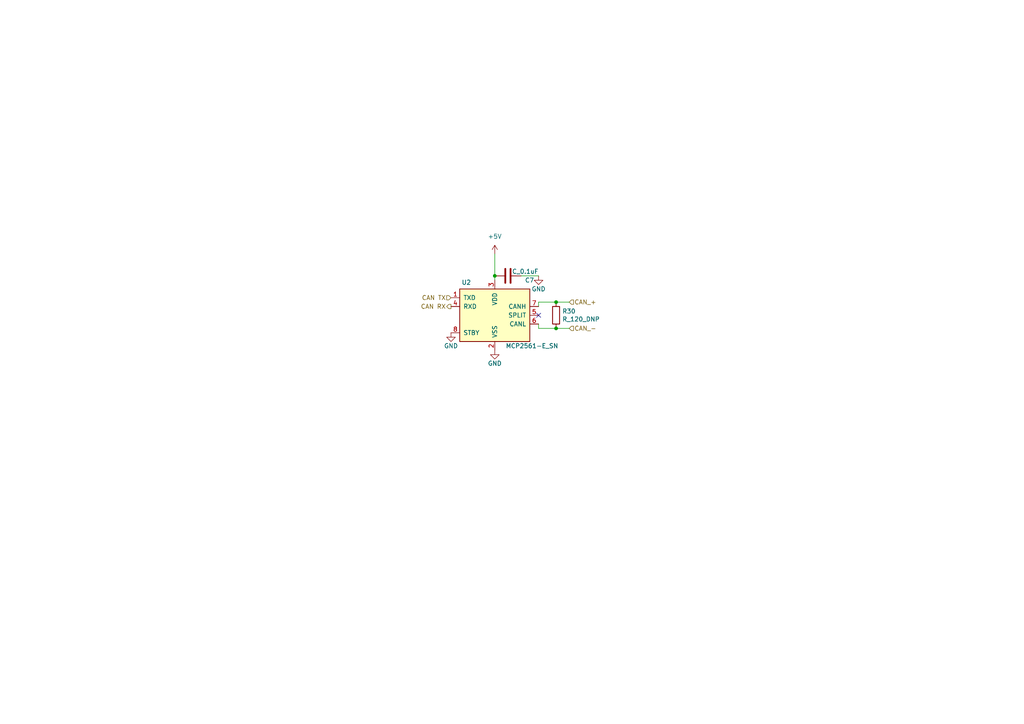
<source format=kicad_sch>
(kicad_sch (version 20211123) (generator eeschema)
  (paper "A4")
  (lib_symbols
    (symbol "formula:C_0.1uF" (pin_numbers hide) (pin_names (offset 0.254))
      (property "Reference" "C" (at 0.635 2.54 0))
      (property "Value" "C_0.1uF" (at 0.635 -2.54 0))
      (symbol "C_0.1uF_0_1"
        (polyline (pts (xy -2.032 -0.762) (xy 2.032 -0.762)) (stroke (width 0.508)))
        (polyline (pts (xy -2.032 0.762) (xy 2.032 0.762)) (stroke (width 0.508)))
      )
      (symbol "C_0.1uF_1_1"
        (pin passive line (at 0 3.81 270) (length 2.794) (name "~") (number "1"))
        (pin passive line (at 0 -3.81 90) (length 2.794) (name "~") (number "2"))
      )
    )
    (symbol "formula:MCP2561-E_SN" (pin_names (offset 1.016))
      (property "Reference" "U" (at -10.16 8.89 0))
      (property "Value" "MCP2561-E_SN" (at 2.54 8.89 0))
      (symbol "MCP2561-E_SN_0_1"
        (rectangle (start -10.16 7.62) (end 10.16 -7.62) (stroke (width 0.254)) (fill (type background)))
      )
      (symbol "MCP2561-E_SN_1_1"
        (pin input line (at -12.7 5.08 0) (length 2.54) (name "TXD") (number "1"))
        (pin power_in line (at 0 -10.16 90) (length 2.54) (name "VSS") (number "2"))
        (pin power_in line (at 0 10.16 270) (length 2.54) (name "VDD") (number "3"))
        (pin output line (at -12.7 2.54 0) (length 2.54) (name "RXD") (number "4"))
        (pin passive line (at 12.7 0 180) (length 2.54) (name "SPLIT") (number "5"))
        (pin bidirectional line (at 12.7 -2.54 180) (length 2.54) (name "CANL") (number "6"))
        (pin bidirectional line (at 12.7 2.54 180) (length 2.54) (name "CANH") (number "7"))
        (pin input line (at -12.7 -5.08 0) (length 2.54) (name "STBY") (number "8"))
      )
    )
    (symbol "formula:R_120_DNP" (pin_numbers hide) (pin_names (offset 0))
      (property "Reference" "R" (at 2.032 0 90))
      (property "Value" "R_120_DNP" (at -2.54 0 90))
      (symbol "R_120_DNP_0_1"
        (rectangle (start -1.016 -2.54) (end 1.016 2.54) (stroke (width 0.254)))
      )
      (symbol "R_120_DNP_1_1"
        (pin passive line (at 0 3.81 270) (length 1.27) (name "~") (number "1"))
        (pin passive line (at 0 -3.81 90) (length 1.27) (name "~") (number "2"))
      )
    )
    (symbol "power:+5V" (power) (pin_names (offset 0))
      (property "Value" "+5V" (at 0 3.556 0))
      (symbol "+5V_0_1"
        (polyline (pts (xy -0.762 1.27) (xy 0 2.54)))
        (polyline (pts (xy 0 0) (xy 0 2.54)))
        (polyline (pts (xy 0 2.54) (xy 0.762 1.27)))
      )
      (symbol "+5V_1_1"
        (pin power_in line (at 0 0 90) (length 0) hide (name "+5V") (number "1"))
      )
    )
    (symbol "power:GND" (power) (pin_names (offset 0))
      (property "Value" "GND" (at 0 -3.81 0))
      (symbol "GND_0_1"
        (polyline (pts (xy 0 0) (xy 0 -1.27) (xy 1.27 -1.27) (xy 0 -2.54) (xy -1.27 -1.27) (xy 0 -1.27)))
      )
      (symbol "GND_1_1"
        (pin power_in line (at 0 0 270) (length 0) hide (name "GND") (number "1"))
      )
    )
  )
  (junction (at 143.51 80.01))
  (junction (at 161.29 87.63))
  (junction (at 161.29 95.25))
  (no_connect (at 156.21 91.44))
  (wire (pts (xy 143.51 80.01) (xy 143.51 81.28)))
  (wire (pts (xy 156.21 87.63) (xy 156.21 88.9)))
  (wire (pts (xy 161.29 87.63) (xy 165.1 87.63)))
  (wire (pts (xy 151.13 80.01) (xy 156.21 80.01)))
  (wire (pts (xy 156.21 95.25) (xy 161.29 95.25)))
  (wire (pts (xy 156.21 87.63) (xy 161.29 87.63)))
  (wire (pts (xy 161.29 95.25) (xy 165.1 95.25)))
  (wire (pts (xy 156.21 95.25) (xy 156.21 93.98)))
  (wire (pts (xy 143.51 73.66) (xy 143.51 80.01)))
  (hierarchical_label "CAN TX" (shape input) (at 130.81 86.36 180))
  (hierarchical_label "CAN_-" (shape input) (at 165.1 95.25 0))
  (hierarchical_label "CAN RX" (shape output) (at 130.81 88.9 180))
  (hierarchical_label "CAN_+" (shape input) (at 165.1 87.63 0))
  (symbol (lib_id "formula:MCP2561-E_SN") (at 143.51 91.44 0) (unit 1)
    (property "Reference" "U2" (at 135.255 81.915 0))
    (property "Value" "MCP2561-E_SN" (at 154.305 100.33 0))
    (property "Footprint" "footprints:SOIC-8_3.9x4.9mm_Pitch1.27mm_OEM" (effects hide))
    (property "Datasheet" "http://www.microchip.com/mymicrochip/filehandler.aspx?ddocname=en561044" (effects hide))
    (property "MFN" "DK" (effects hide))
    (property "MPN" "MCP2561-E/SN-ND" (effects hide))
    (property "PurchasingLink" "https://www.digikey.com/products/en?keywords=mcp2561-e%2Fsn" (effects hide))
  )
  (symbol (lib_id "power:GND") (at 130.81 96.52 0) (unit 1)
    (property "Reference" "#PWR?" (effects hide))
    (property "Value" "GND" (at 130.81 100.33 0))
  )
  (symbol (lib_id "power:GND") (at 156.21 80.01 0) (unit 1)
    (property "Reference" "#PWR?" (effects hide))
    (property "Value" "GND" (at 156.21 83.82 0))
  )
  (symbol (lib_id "power:+5V") (at 143.51 73.66 0) (unit 1)
    (property "Reference" "#PWR?" (effects hide))
    (property "Value" "+5V" (at 143.51 68.58 0))
  )
  (symbol (lib_id "power:GND") (at 143.51 101.6 0) (unit 1)
    (property "Reference" "#PWR?" (effects hide))
    (property "Value" "GND" (at 143.51 105.41 0))
  )
  (symbol (lib_id "formula:R_120_DNP") (at 161.29 91.44 0) (unit 1)
    (property "Reference" "R30" (at 163.068 90.2716 0) (effects (justify left)))
    (property "Value" "R_120_DNP" (at 163.068 92.583 0) (effects (justify left)))
    (property "Footprint" "footprints:R_0805_OEM" (effects hide))
    (property "Datasheet" "https://www.mouser.com/datasheet/2/315/AOA0000C304-1149620.pdf" (effects hide))
    (property "MFN" "DK" (effects hide))
    (property "MPN" "667-ERJ-6ENF1200V" (effects hide))
    (property "PurchasingLink" "https://www.mouser.com/ProductDetail/Panasonic-Industrial-Devices/ERJ-6ENF1200V?qs=sGAEpiMZZMvdGkrng054t8AJgcdMkx7x%252bFQnctTMUmU%3d" (effects hide))
  )
  (symbol (lib_id "formula:C_0.1uF") (at 147.32 80.01 90) (unit 1)
    (property "Reference" "C7" (at 154.94 81.28 90) (effects (justify left)))
    (property "Value" "C_0.1uF" (at 156.21 78.74 90) (effects (justify left)))
    (property "Footprint" "footprints:C_0805_OEM" (effects hide))
    (property "Datasheet" "http://datasheets.avx.com/X7RDielectric.pdf" (effects hide))
    (property "MPN" "478-3352-1-ND" (effects hide))
    (property "MFN" "Digi-Key" (effects hide))
    (property "Package" "Value" (effects hide))
    (property "PurchasingLink" "https://www.digikey.com/products/en?keywords=478-3352-1-ND" (effects hide))
  )
)
</source>
